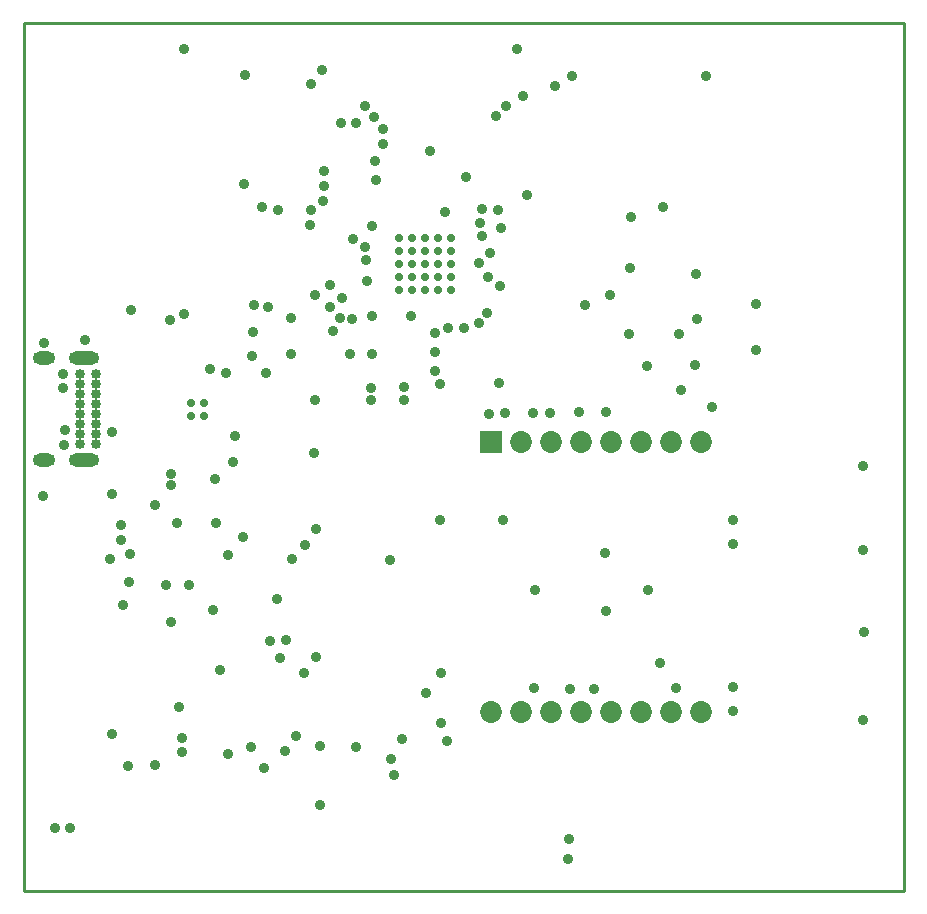
<source format=gbs>
G04*
G04 #@! TF.GenerationSoftware,Altium Limited,Altium Designer,22.10.1 (41)*
G04*
G04 Layer_Color=16711935*
%FSLAX43Y43*%
%MOMM*%
G71*
G04*
G04 #@! TF.SameCoordinates,DCDCABE6-F013-49A3-9D9D-6440811BB2A6*
G04*
G04*
G04 #@! TF.FilePolarity,Negative*
G04*
G01*
G75*
%ADD16C,0.254*%
%ADD97C,1.853*%
%ADD98R,1.853X1.853*%
%ADD99O,2.603X1.103*%
%ADD100O,1.903X1.103*%
%ADD101C,0.853*%
%ADD102C,0.903*%
%ADD103C,0.703*%
D16*
X0Y0D02*
X74500D01*
X74500Y73500D02*
X74500Y0D01*
X0Y73500D02*
X74500D01*
X0Y0D02*
Y73500D01*
D97*
X54780Y38025D02*
D03*
X52240D02*
D03*
X49700D02*
D03*
X47160D02*
D03*
X44620D02*
D03*
X42080D02*
D03*
X57320D02*
D03*
Y15165D02*
D03*
X42080Y15125D02*
D03*
X47160D02*
D03*
X49700D02*
D03*
X52240D02*
D03*
X54780D02*
D03*
X44620D02*
D03*
X39540D02*
D03*
D98*
Y38025D02*
D03*
D99*
X5130Y36450D02*
D03*
Y45100D02*
D03*
D100*
X1750Y36450D02*
D03*
Y45100D02*
D03*
D101*
X4760Y43750D02*
D03*
Y42900D02*
D03*
Y42050D02*
D03*
Y41200D02*
D03*
Y40350D02*
D03*
Y39500D02*
D03*
Y38650D02*
D03*
Y37800D02*
D03*
X6110D02*
D03*
Y38650D02*
D03*
Y39500D02*
D03*
Y40350D02*
D03*
Y41200D02*
D03*
Y42050D02*
D03*
Y42900D02*
D03*
Y43750D02*
D03*
D102*
X16670Y18720D02*
D03*
X13125Y15525D02*
D03*
X9100Y49150D02*
D03*
X13575Y48825D02*
D03*
X32775Y48650D02*
D03*
X29475Y45475D02*
D03*
X27600Y45450D02*
D03*
X27825Y48425D02*
D03*
X29450Y41550D02*
D03*
X25400Y59650D02*
D03*
X31025Y28025D02*
D03*
X8825Y10575D02*
D03*
X11093Y10668D02*
D03*
X20350Y10400D02*
D03*
X17300Y11600D02*
D03*
X13450Y11775D02*
D03*
X22150Y11850D02*
D03*
X13425Y12900D02*
D03*
X19250Y12175D02*
D03*
X32000Y12850D02*
D03*
X7500Y13300D02*
D03*
X9025Y28525D02*
D03*
X8925Y26125D02*
D03*
X53875Y19250D02*
D03*
X23075Y13100D02*
D03*
X12075Y25850D02*
D03*
X41775Y71300D02*
D03*
X46450Y69004D02*
D03*
X54100Y57925D02*
D03*
X13550Y71275D02*
D03*
X24800Y19775D02*
D03*
Y30600D02*
D03*
X21725Y19725D02*
D03*
X18575Y29950D02*
D03*
X23750Y18475D02*
D03*
X23800Y29300D02*
D03*
X22725Y28075D02*
D03*
X35375Y18450D02*
D03*
X22250Y21200D02*
D03*
X20891Y21165D02*
D03*
X49625Y50450D02*
D03*
X47550Y49600D02*
D03*
X39200Y48896D02*
D03*
X38575Y48075D02*
D03*
X38796Y57700D02*
D03*
X40200Y57675D02*
D03*
X38550Y53121D02*
D03*
X38650Y56575D02*
D03*
X39500Y54025D02*
D03*
X39350Y51950D02*
D03*
X40325Y51175D02*
D03*
X40425Y56075D02*
D03*
X38825Y55450D02*
D03*
X18750Y69050D02*
D03*
X18700Y59850D02*
D03*
X57775Y69000D02*
D03*
X46150Y4350D02*
D03*
X46100Y2725D02*
D03*
X71100Y14425D02*
D03*
X71150Y21875D02*
D03*
X71100Y28825D02*
D03*
Y36000D02*
D03*
X52900Y25450D02*
D03*
X49300Y23675D02*
D03*
X60080Y15185D02*
D03*
Y17210D02*
D03*
Y29335D02*
D03*
Y31385D02*
D03*
X49250Y28600D02*
D03*
X43300Y25500D02*
D03*
X32250Y42650D02*
D03*
X29454Y42525D02*
D03*
X29500Y48700D02*
D03*
X29105Y51662D02*
D03*
X28875Y54475D02*
D03*
X28991Y53421D02*
D03*
X34800Y47225D02*
D03*
X26950Y50150D02*
D03*
X26750Y48500D02*
D03*
X25925Y49425D02*
D03*
X35925Y47650D02*
D03*
X37275Y47675D02*
D03*
X55250Y17175D02*
D03*
X40625Y31400D02*
D03*
X35275D02*
D03*
Y42875D02*
D03*
X40250Y42950D02*
D03*
X48325Y17100D02*
D03*
X42650Y58925D02*
D03*
X46300Y17075D02*
D03*
X32225Y41550D02*
D03*
X24675D02*
D03*
X22650Y48500D02*
D03*
X22625Y45425D02*
D03*
X19475Y49625D02*
D03*
X19425Y47325D02*
D03*
X26200Y47375D02*
D03*
X17100Y43846D02*
D03*
X19300Y45275D02*
D03*
X20500Y43846D02*
D03*
X20675Y49450D02*
D03*
X24650Y50475D02*
D03*
X25925Y51250D02*
D03*
X27925Y55175D02*
D03*
X29493Y56254D02*
D03*
X24225Y56350D02*
D03*
X43250Y17150D02*
D03*
X25300Y69475D02*
D03*
X24300Y68275D02*
D03*
X42250Y67250D02*
D03*
X24325Y57625D02*
D03*
X25400Y60900D02*
D03*
X49300Y40550D02*
D03*
X29750Y61775D02*
D03*
X29825Y60200D02*
D03*
X30450Y63200D02*
D03*
X25350Y58425D02*
D03*
X45000Y68150D02*
D03*
X47050Y40500D02*
D03*
X44575Y40450D02*
D03*
X40825Y66475D02*
D03*
X40025Y65600D02*
D03*
X28171Y65025D02*
D03*
X37450Y60400D02*
D03*
X30454Y64450D02*
D03*
X29704Y65525D02*
D03*
X28875Y66475D02*
D03*
X43150Y40475D02*
D03*
X40750Y40450D02*
D03*
X39375Y40400D02*
D03*
X55700Y42425D02*
D03*
X58300Y40925D02*
D03*
X34825Y45625D02*
D03*
X34800Y43975D02*
D03*
X20200Y57850D02*
D03*
X21500Y57600D02*
D03*
X51300Y47125D02*
D03*
X55450D02*
D03*
X35675Y57425D02*
D03*
X34430Y62595D02*
D03*
X51425Y57025D02*
D03*
X52750Y44400D02*
D03*
X56850Y44500D02*
D03*
X62000Y45800D02*
D03*
X56975Y48375D02*
D03*
X62000Y49675D02*
D03*
X56900Y52200D02*
D03*
X51325Y52700D02*
D03*
X26900Y65025D02*
D03*
X15800Y44200D02*
D03*
X24575Y37100D02*
D03*
X12475Y34350D02*
D03*
X8400Y24225D02*
D03*
X16025Y23800D02*
D03*
X17275Y28425D02*
D03*
X7350Y28125D02*
D03*
X13975Y25850D02*
D03*
X16325Y31175D02*
D03*
X21425Y24700D02*
D03*
X35325Y14175D02*
D03*
X13025Y31175D02*
D03*
X34050Y16750D02*
D03*
X35875Y12650D02*
D03*
X31075Y11125D02*
D03*
X28150Y12150D02*
D03*
X25075Y12250D02*
D03*
X31375Y9800D02*
D03*
X25069Y7236D02*
D03*
X3925Y5275D02*
D03*
X2675Y5325D02*
D03*
X8250Y30950D02*
D03*
X8225Y29700D02*
D03*
X16225Y34900D02*
D03*
X11150Y32675D02*
D03*
X17700Y36325D02*
D03*
X7475Y33600D02*
D03*
X3500Y39000D02*
D03*
X3375Y42550D02*
D03*
X12475Y22775D02*
D03*
X12450Y35300D02*
D03*
X17900Y38475D02*
D03*
X12380Y48305D02*
D03*
X7520Y38880D02*
D03*
X1750Y46390D02*
D03*
X3400Y37750D02*
D03*
X1640Y33430D02*
D03*
X3360Y43720D02*
D03*
X5210Y46610D02*
D03*
D103*
X31750Y50850D02*
D03*
Y51950D02*
D03*
Y53050D02*
D03*
Y54150D02*
D03*
Y55250D02*
D03*
X32850Y50850D02*
D03*
Y51950D02*
D03*
Y53050D02*
D03*
Y54150D02*
D03*
Y55250D02*
D03*
X33950Y50850D02*
D03*
Y51950D02*
D03*
Y53050D02*
D03*
Y54150D02*
D03*
Y55250D02*
D03*
X35050Y50850D02*
D03*
Y51950D02*
D03*
Y53050D02*
D03*
Y54150D02*
D03*
Y55250D02*
D03*
X36150Y50850D02*
D03*
Y51950D02*
D03*
Y53050D02*
D03*
Y54150D02*
D03*
Y55250D02*
D03*
X14195Y41260D02*
D03*
X15295D02*
D03*
X14195Y40160D02*
D03*
X15295D02*
D03*
M02*

</source>
